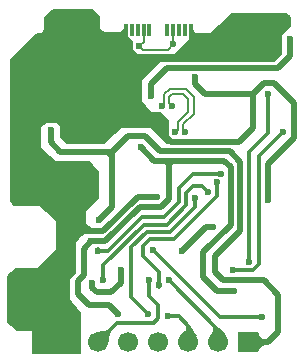
<source format=gbr>
%TF.GenerationSoftware,KiCad,Pcbnew,9.0.4*%
%TF.CreationDate,2025-09-03T14:58:50+05:30*%
%TF.ProjectId,usb-c serieal kicad,7573622d-6320-4736-9572-6965616c206b,rev?*%
%TF.SameCoordinates,Original*%
%TF.FileFunction,Copper,L2,Bot*%
%TF.FilePolarity,Positive*%
%FSLAX46Y46*%
G04 Gerber Fmt 4.6, Leading zero omitted, Abs format (unit mm)*
G04 Created by KiCad (PCBNEW 9.0.4) date 2025-09-03 14:58:50*
%MOMM*%
%LPD*%
G01*
G04 APERTURE LIST*
%TA.AperFunction,Conductor*%
%ADD10C,0.200000*%
%TD*%
%TA.AperFunction,SMDPad,CuDef*%
%ADD11R,0.700000X1.150000*%
%TD*%
%TA.AperFunction,SMDPad,CuDef*%
%ADD12R,0.380000X1.000000*%
%TD*%
%TA.AperFunction,ComponentPad*%
%ADD13R,1.700000X1.700000*%
%TD*%
%TA.AperFunction,ComponentPad*%
%ADD14C,1.700000*%
%TD*%
%TA.AperFunction,ViaPad*%
%ADD15C,0.600000*%
%TD*%
%TA.AperFunction,Conductor*%
%ADD16C,0.500000*%
%TD*%
%TA.AperFunction,Conductor*%
%ADD17C,0.300000*%
%TD*%
G04 APERTURE END LIST*
D10*
%TO.N,GND*%
X128400000Y-120000000D02*
X128400000Y-121000000D01*
X128781164Y-121381164D01*
X130218836Y-121381164D01*
X130600000Y-121000000D01*
X130600000Y-120725526D01*
X130700000Y-120725526D01*
X130700000Y-120900000D01*
X130700000Y-121700000D01*
X131150681Y-122150681D01*
X131150681Y-122750681D01*
X131621190Y-123221190D01*
X134778810Y-123221190D01*
X136063568Y-121936432D01*
X136063568Y-120729310D01*
X136168401Y-120729310D01*
X136168401Y-121068401D01*
X136400000Y-121300000D01*
X136532342Y-121432342D01*
X137867658Y-121432342D01*
X139600000Y-119700000D01*
X139742251Y-119700000D01*
X144200000Y-119700000D01*
X144500000Y-120000000D01*
X144500000Y-120800000D01*
X143800000Y-121500000D01*
X143800000Y-123100000D01*
X143215613Y-123684387D01*
X133515613Y-123684387D01*
X131900000Y-125300000D01*
X131900000Y-127200000D01*
X132800000Y-128100000D01*
X133500000Y-128100000D01*
X134200000Y-128800000D01*
X134200000Y-130100000D01*
X134500000Y-130400000D01*
X134500000Y-130600000D01*
X134600000Y-130700000D01*
X134130110Y-130700000D01*
X132730110Y-129300000D01*
X130200000Y-129300000D01*
X128800000Y-130700000D01*
X125700000Y-130700000D01*
X125179180Y-130179180D01*
X125179180Y-129236058D01*
X124804831Y-128861709D01*
X123838291Y-128861709D01*
X123400000Y-129300000D01*
X123400000Y-131100000D01*
X124600000Y-132300000D01*
X127500000Y-132300000D01*
X128300000Y-133100000D01*
X128300000Y-135300000D01*
X127200000Y-136400000D01*
X127200000Y-137500000D01*
X128000000Y-138240768D01*
X127066171Y-138240768D01*
X126300000Y-139004000D01*
X126300000Y-141648543D01*
X125800000Y-142209474D01*
X125800000Y-143991187D01*
X126754358Y-145060930D01*
X126751873Y-148458551D01*
X122798305Y-148458551D01*
X122793844Y-146500000D01*
X121400000Y-146500000D01*
X120700000Y-145800000D01*
X120700000Y-141900000D01*
X121300000Y-141300000D01*
X123200000Y-141300000D01*
X124800000Y-139700000D01*
X124800000Y-137300000D01*
X123400000Y-135900000D01*
X121200000Y-135900000D01*
X120900000Y-135600000D01*
X120900000Y-123600000D01*
X123100000Y-121400000D01*
X123500000Y-121400000D01*
X123800000Y-121100000D01*
X123800000Y-120100000D01*
X124500000Y-119400000D01*
X127800000Y-119400000D01*
X128400000Y-120000000D01*
%TA.AperFunction,Conductor*%
G36*
X128400000Y-120000000D02*
G01*
X128400000Y-121000000D01*
X128781164Y-121381164D01*
X130218836Y-121381164D01*
X130600000Y-121000000D01*
X130600000Y-120725526D01*
X130700000Y-120725526D01*
X130700000Y-120900000D01*
X130700000Y-121700000D01*
X131150681Y-122150681D01*
X131150681Y-122750681D01*
X131621190Y-123221190D01*
X134778810Y-123221190D01*
X136063568Y-121936432D01*
X136063568Y-120729310D01*
X136168401Y-120729310D01*
X136168401Y-121068401D01*
X136400000Y-121300000D01*
X136532342Y-121432342D01*
X137867658Y-121432342D01*
X139600000Y-119700000D01*
X139742251Y-119700000D01*
X144200000Y-119700000D01*
X144500000Y-120000000D01*
X144500000Y-120800000D01*
X143800000Y-121500000D01*
X143800000Y-123100000D01*
X143215613Y-123684387D01*
X133515613Y-123684387D01*
X131900000Y-125300000D01*
X131900000Y-127200000D01*
X132800000Y-128100000D01*
X133500000Y-128100000D01*
X134200000Y-128800000D01*
X134200000Y-130100000D01*
X134500000Y-130400000D01*
X134500000Y-130600000D01*
X134600000Y-130700000D01*
X134130110Y-130700000D01*
X132730110Y-129300000D01*
X130200000Y-129300000D01*
X128800000Y-130700000D01*
X125700000Y-130700000D01*
X125179180Y-130179180D01*
X125179180Y-129236058D01*
X124804831Y-128861709D01*
X123838291Y-128861709D01*
X123400000Y-129300000D01*
X123400000Y-131100000D01*
X124600000Y-132300000D01*
X127500000Y-132300000D01*
X128300000Y-133100000D01*
X128300000Y-135300000D01*
X127200000Y-136400000D01*
X127200000Y-137500000D01*
X128000000Y-138240768D01*
X127066171Y-138240768D01*
X126300000Y-139004000D01*
X126300000Y-141648543D01*
X125800000Y-142209474D01*
X125800000Y-143991187D01*
X126754358Y-145060930D01*
X126751873Y-148458551D01*
X122798305Y-148458551D01*
X122793844Y-146500000D01*
X121400000Y-146500000D01*
X120700000Y-145800000D01*
X120700000Y-141900000D01*
X121300000Y-141300000D01*
X123200000Y-141300000D01*
X124800000Y-139700000D01*
X124800000Y-137300000D01*
X123400000Y-135900000D01*
X121200000Y-135900000D01*
X120900000Y-135600000D01*
X120900000Y-123600000D01*
X123100000Y-121400000D01*
X123500000Y-121400000D01*
X123800000Y-121100000D01*
X123800000Y-120100000D01*
X124500000Y-119400000D01*
X127800000Y-119400000D01*
X128400000Y-120000000D01*
G37*
%TD.AperFunction*%
%TD*%
D11*
%TO.P,P1,S1,SHIELD*%
%TO.N,GND*%
X136807868Y-121967868D03*
D12*
%TO.P,P1,B12,GND*%
X130637868Y-121127868D03*
%TO.P,P1,B11,RX1+*%
%TO.N,unconnected-(P1-RX1+-PadB11)*%
X131137868Y-121127868D03*
%TO.P,P1,B10,RX1-*%
%TO.N,unconnected-(P1-RX1--PadB10)*%
X131637868Y-121127868D03*
%TO.P,P1,B9,VBUS*%
%TO.N,Net-(U1-VBUS)*%
X132137868Y-121127868D03*
%TO.P,P1,B8,SBU2*%
%TO.N,unconnected-(P1-SBU2-PadB8)*%
X132637868Y-121127868D03*
%TO.P,P1,B5,VCONN*%
%TO.N,unconnected-(P1-VCONN-PadB5)*%
X134137868Y-121127868D03*
%TO.P,P1,B4,VBUS*%
%TO.N,Net-(U1-VBUS)*%
X134637868Y-121127868D03*
%TO.P,P1,B3,TX2-*%
%TO.N,unconnected-(P1-TX2--PadB3)*%
X135137868Y-121127868D03*
%TO.P,P1,B2,TX2+*%
%TO.N,unconnected-(P1-TX2+-PadB2)*%
X135637868Y-121127868D03*
%TO.P,P1,B1,GND*%
%TO.N,GND*%
X136137868Y-121127868D03*
%TD*%
D13*
%TO.P,J1,1*%
%TO.N,+5V_USB*%
X141012868Y-147500000D03*
D14*
%TO.P,J1,2*%
%TO.N,/CTS*%
X138472868Y-147500000D03*
%TO.P,J1,3*%
%TO.N,/RTS*%
X135932868Y-147500000D03*
%TO.P,J1,4*%
%TO.N,/VREF*%
X133392868Y-147500000D03*
%TO.P,J1,5*%
%TO.N,/TX*%
X130852868Y-147500000D03*
%TO.P,J1,6*%
%TO.N,/RX*%
X128312868Y-147500000D03*
%TO.P,J1,7*%
%TO.N,GND*%
X125772868Y-147500000D03*
%TD*%
D15*
%TO.N,+5V_USB*%
X138200000Y-140700000D03*
X140300000Y-134700000D03*
X128400000Y-137200000D03*
X124300000Y-129600000D03*
%TO.N,GND*%
X123400000Y-146200000D03*
X133300000Y-135200000D03*
X128300000Y-129200000D03*
X127200000Y-132900000D03*
X130900000Y-122300000D03*
X123700000Y-144600000D03*
X122950000Y-122750000D03*
X135900000Y-122500000D03*
X130200000Y-141400000D03*
X124500000Y-132900000D03*
X135400000Y-139800000D03*
X138000000Y-137800000D03*
X124150000Y-121550000D03*
X142700000Y-135500000D03*
X127800000Y-142500000D03*
X124400000Y-127400000D03*
X122900000Y-135000000D03*
X141400000Y-126500000D03*
X122000000Y-123700000D03*
X126100000Y-141300000D03*
X136500000Y-125100000D03*
X132700000Y-123600000D03*
X133800000Y-128700000D03*
%TO.N,+3.3V*%
X144500000Y-121900000D03*
X139800000Y-143200000D03*
X133100000Y-136100000D03*
X131900000Y-131000000D03*
X132753903Y-126695167D03*
X130000000Y-145100000D03*
X127700000Y-139000000D03*
%TO.N,Net-(T1-C)*%
X142200000Y-145400000D03*
X132942007Y-139700000D03*
%TO.N,/CTS*%
X134300000Y-142300000D03*
%TO.N,/RX*%
X132600000Y-142300000D03*
%TO.N,/RTS*%
X134200000Y-145300000D03*
%TO.N,Net-(U1-VBUS)*%
X131771019Y-122471019D03*
X134637868Y-122300000D03*
%TO.N,/D-*%
X134825000Y-129752617D03*
X134525000Y-127500000D03*
%TO.N,/D+*%
X133675000Y-127500000D03*
X135675000Y-129752617D03*
%TO.N,Net-(U2-+IN)*%
X142700000Y-126500000D03*
X141100000Y-140700000D03*
%TO.N,Net-(U2--IN)*%
X143933178Y-129700000D03*
X139700000Y-141400000D03*
%TO.N,/TX_3V3*%
X128250000Y-139800000D03*
X138710037Y-133262520D03*
%TO.N,/RTS_3V3*%
X128735130Y-142302045D03*
X137600000Y-134800000D03*
%TO.N,/CTS_3V3*%
X132500000Y-145100000D03*
X136500000Y-135300000D03*
%TO.N,/RX_3V3*%
X133450227Y-142700000D03*
X138400000Y-134000000D03*
%TD*%
D16*
%TO.N,+5V_USB*%
X138900000Y-142300000D02*
X138200000Y-141600000D01*
D17*
X129500000Y-131900000D02*
X129000000Y-131400000D01*
D16*
X140300000Y-138100000D02*
X140300000Y-132232713D01*
X139447770Y-131380483D02*
X133570817Y-131380483D01*
X133570817Y-131380483D02*
X132290334Y-130100000D01*
X132290334Y-130100000D02*
X130800000Y-130100000D01*
X143500000Y-143500000D02*
X142300000Y-142300000D01*
X143500000Y-146700000D02*
X143500000Y-143500000D01*
X129000000Y-131400000D02*
X129500000Y-131400000D01*
X140300000Y-132232713D02*
X139447770Y-131380483D01*
X141012868Y-147500000D02*
X142700000Y-147500000D01*
X124300000Y-130600000D02*
X125100000Y-131400000D01*
X138200000Y-141600000D02*
X138200000Y-140200000D01*
X125100000Y-131400000D02*
X129000000Y-131400000D01*
X130800000Y-130100000D02*
X129500000Y-131400000D01*
X138200000Y-140200000D02*
X140300000Y-138100000D01*
X129500000Y-136100000D02*
X128400000Y-137200000D01*
X142700000Y-147500000D02*
X143500000Y-146700000D01*
X129500000Y-131400000D02*
X129500000Y-131900000D01*
X129500000Y-131900000D02*
X129500000Y-136100000D01*
X124300000Y-129600000D02*
X124300000Y-130600000D01*
X142300000Y-142300000D02*
X138900000Y-142300000D01*
D10*
%TO.N,GND*%
X130900000Y-122300000D02*
X130600000Y-122000000D01*
D16*
X135400000Y-139800000D02*
X137400000Y-137800000D01*
X131633986Y-135200000D02*
X133300000Y-135200000D01*
X141400000Y-129400000D02*
X141400000Y-126500000D01*
D10*
X130600000Y-122000000D02*
X130600000Y-121495348D01*
X136704604Y-122071132D02*
X136807868Y-121967868D01*
D16*
X129200000Y-128300000D02*
X128300000Y-129200000D01*
X144900000Y-127300000D02*
X143200000Y-125600000D01*
X134500000Y-130600000D02*
X140200000Y-130600000D01*
D10*
X135700000Y-122500000D02*
X136128868Y-122071132D01*
D16*
X133800000Y-128700000D02*
X133400000Y-128300000D01*
X127000000Y-138100000D02*
X128733986Y-138100000D01*
X141400000Y-126500000D02*
X137300000Y-126500000D01*
X133800000Y-128700000D02*
X133800000Y-129900000D01*
X129400000Y-143300000D02*
X130200000Y-142500000D01*
X127800000Y-142921190D02*
X128178810Y-143300000D01*
X126100000Y-139000000D02*
X127000000Y-138100000D01*
X142700000Y-135500000D02*
X142700000Y-132400000D01*
D10*
X136128868Y-122071132D02*
X136704604Y-122071132D01*
D16*
X127800000Y-142500000D02*
X127800000Y-142921190D01*
X142700000Y-132400000D02*
X144900000Y-130200000D01*
X128178810Y-143300000D02*
X129400000Y-143300000D01*
X137300000Y-126500000D02*
X136500000Y-125700000D01*
X137400000Y-137800000D02*
X138000000Y-137800000D01*
X143200000Y-125600000D02*
X142300000Y-125600000D01*
X140200000Y-130600000D02*
X141400000Y-129400000D01*
X142300000Y-125600000D02*
X141400000Y-126500000D01*
X133800000Y-129900000D02*
X134500000Y-130600000D01*
X133400000Y-128300000D02*
X129200000Y-128300000D01*
X144900000Y-130200000D02*
X144900000Y-127300000D01*
X130200000Y-142500000D02*
X130200000Y-141400000D01*
X136500000Y-125700000D02*
X136500000Y-125100000D01*
D10*
X136128868Y-122071132D02*
X136128868Y-121600000D01*
D16*
X128733986Y-138100000D02*
X131633986Y-135200000D01*
%TO.N,+3.3V*%
X139518587Y-132706784D02*
X138967378Y-132155575D01*
X127533828Y-144350185D02*
X129250185Y-144350185D01*
X131811058Y-136100000D02*
X133100000Y-136100000D01*
X139518587Y-137581413D02*
X139518587Y-132706784D01*
X127055390Y-141851487D02*
X126600000Y-142306877D01*
X129250185Y-144350185D02*
X130000000Y-145100000D01*
X128911058Y-139000000D02*
X131811058Y-136100000D01*
X134300000Y-132600000D02*
X134300000Y-132155575D01*
D17*
X134300000Y-132600000D02*
X134300000Y-132555575D01*
D16*
X134700000Y-132155575D02*
X133900000Y-132155575D01*
X139800000Y-143200000D02*
X138400000Y-143200000D01*
X138967378Y-132155575D02*
X134700000Y-132155575D01*
X127700000Y-139000000D02*
X127055390Y-139644610D01*
X144500000Y-121900000D02*
X144500000Y-123300000D01*
X138400000Y-143200000D02*
X137200000Y-142000000D01*
X127700000Y-139000000D02*
X128911058Y-139000000D01*
X127055390Y-139644610D02*
X127055390Y-141851487D01*
X137200000Y-142000000D02*
X137200000Y-139900000D01*
X126600000Y-142306877D02*
X126600000Y-143416357D01*
X134300000Y-135401300D02*
X134300000Y-132600000D01*
X143522305Y-124277695D02*
X134122305Y-124277695D01*
X144500000Y-123300000D02*
X143522305Y-124277695D01*
X134122305Y-124277695D02*
X132753903Y-125646097D01*
X137200000Y-139900000D02*
X139518587Y-137581413D01*
X126600000Y-143416357D02*
X127533828Y-144350185D01*
X132753903Y-125646097D02*
X132753903Y-126695167D01*
D17*
X134300000Y-132555575D02*
X133900000Y-132155575D01*
D16*
X133055575Y-132155575D02*
X131900000Y-131000000D01*
X133100000Y-136100000D02*
X133601300Y-136100000D01*
D17*
X134300000Y-132555575D02*
X134700000Y-132155575D01*
D16*
X133601300Y-136100000D02*
X134300000Y-135401300D01*
X133900000Y-132155575D02*
X133055575Y-132155575D01*
D17*
%TO.N,Net-(T1-C)*%
X132942007Y-139700000D02*
X132950000Y-139700000D01*
X138650000Y-145400000D02*
X142200000Y-145400000D01*
X132950000Y-139700000D02*
X138650000Y-145400000D01*
%TO.N,/CTS*%
X138474256Y-147498612D02*
X138472868Y-147500000D01*
X138474256Y-146474256D02*
X138474256Y-147498612D01*
X134300000Y-142300000D02*
X138474256Y-146474256D01*
%TO.N,/RX*%
X133400000Y-145500000D02*
X133000000Y-145900000D01*
X129912868Y-145900000D02*
X128312868Y-147500000D01*
X132600000Y-143600000D02*
X133400000Y-144400000D01*
X132600000Y-142300000D02*
X132600000Y-143600000D01*
X133000000Y-145900000D02*
X129912868Y-145900000D01*
X133400000Y-144400000D02*
X133400000Y-145500000D01*
%TO.N,/RTS*%
X135932868Y-147500000D02*
X135932868Y-146132868D01*
X135932868Y-146132868D02*
X135100000Y-145300000D01*
X135100000Y-145300000D02*
X134200000Y-145300000D01*
D10*
%TO.N,Net-(U1-VBUS)*%
X134170954Y-122766914D02*
X134637868Y-122300000D01*
X131771019Y-122471019D02*
X132066914Y-122766914D01*
X132137868Y-122104170D02*
X132137868Y-121127868D01*
X134637868Y-122300000D02*
X134637868Y-121127868D01*
X132066914Y-122766914D02*
X134170954Y-122766914D01*
X131771019Y-122471019D02*
X132137868Y-122104170D01*
%TO.N,/D-*%
X134564369Y-126503829D02*
X135510385Y-126503829D01*
X135926732Y-126920176D02*
X135926732Y-128005070D01*
X135024999Y-129552618D02*
X134825000Y-129752617D01*
X135024999Y-128906803D02*
X135024999Y-129552618D01*
X134525000Y-127500000D02*
X134325001Y-127300001D01*
X134325001Y-127300001D02*
X134325001Y-126743197D01*
X134325001Y-126743197D02*
X134564369Y-126503829D01*
X135510385Y-126503829D02*
X135926732Y-126920176D01*
X135926732Y-128005070D02*
X135024999Y-128906803D01*
%TO.N,/D+*%
X135475001Y-129552618D02*
X135675000Y-129752617D01*
X133874999Y-126556803D02*
X134377973Y-126053829D01*
X135475001Y-129093197D02*
X135475001Y-129552618D01*
X136376732Y-128191466D02*
X135475001Y-129093197D01*
X134377973Y-126053829D02*
X135696779Y-126053829D01*
X136376732Y-126733782D02*
X136376732Y-128191466D01*
X133874999Y-127300001D02*
X133874999Y-126556803D01*
X135696779Y-126053829D02*
X136376732Y-126733782D01*
X133675000Y-127500000D02*
X133874999Y-127300001D01*
D17*
%TO.N,Net-(U2-+IN)*%
X141100000Y-131400000D02*
X142700000Y-129800000D01*
X142700000Y-129800000D02*
X142700000Y-126500000D01*
X141100000Y-140700000D02*
X141100000Y-131400000D01*
%TO.N,Net-(U2--IN)*%
X141900000Y-131733178D02*
X143933178Y-129700000D01*
X141400000Y-141400000D02*
X141900000Y-140900000D01*
X139700000Y-141400000D02*
X141400000Y-141400000D01*
X141900000Y-140900000D02*
X141900000Y-131733178D01*
%TO.N,/TX_3V3*%
X135111152Y-134488848D02*
X135111152Y-135681412D01*
X128250000Y-139800000D02*
X128250000Y-139653594D01*
X136337480Y-133262520D02*
X135111152Y-134488848D01*
X138710037Y-133262520D02*
X136337480Y-133262520D01*
X133888104Y-136904460D02*
X132039591Y-136904460D01*
X132039591Y-136904460D02*
X129144051Y-139800000D01*
X135111152Y-135681412D02*
X133888104Y-136904460D01*
X128250000Y-139653594D02*
X128248203Y-139651797D01*
X129144051Y-139800000D02*
X128250000Y-139800000D01*
%TO.N,/RTS_3V3*%
X136345167Y-134298141D02*
X137098141Y-134298141D01*
X135757434Y-134885874D02*
X136345167Y-134298141D01*
X135757434Y-135946282D02*
X135757434Y-134885874D01*
X128735130Y-142302045D02*
X128735130Y-141035315D01*
X137098141Y-134298141D02*
X137600000Y-134800000D01*
X128735130Y-141035315D02*
X132187918Y-137582527D01*
X132187918Y-137582527D02*
X134121189Y-137582527D01*
X134121189Y-137582527D02*
X135757434Y-135946282D01*
%TO.N,/CTS_3V3*%
X131100000Y-143700000D02*
X131100000Y-139500000D01*
X132500000Y-145100000D02*
X131100000Y-143700000D01*
X131100000Y-139500000D02*
X132413569Y-138186431D01*
X134417843Y-138186431D02*
X136500000Y-136104274D01*
X136500000Y-136104274D02*
X136500000Y-135300000D01*
X132413569Y-138186431D02*
X134417843Y-138186431D01*
%TO.N,/RX_3V3*%
X132115613Y-139384387D02*
X132115613Y-140215613D01*
X138400000Y-133900000D02*
X138400000Y-135126021D01*
X133450227Y-142700000D02*
X133450227Y-142893680D01*
X132115613Y-140215613D02*
X133450227Y-141550227D01*
X132677882Y-138822118D02*
X132115613Y-139384387D01*
X138400000Y-135126021D02*
X134703903Y-138822118D01*
X133450227Y-141550227D02*
X133450227Y-142700000D01*
X134703903Y-138822118D02*
X132677882Y-138822118D01*
%TD*%
%TA.AperFunction,Conductor*%
%TO.N,/CTS*%
G36*
X138123369Y-145910870D02*
G01*
X138123564Y-145911056D01*
X138360033Y-146137010D01*
X138548067Y-146302843D01*
X138621170Y-146367852D01*
X138715858Y-146452055D01*
X138716617Y-146452794D01*
X138837973Y-146582227D01*
X138911067Y-146660185D01*
X138911779Y-146661020D01*
X139034165Y-146818891D01*
X139034520Y-146819374D01*
X139172810Y-147017989D01*
X139174725Y-147026736D01*
X139169893Y-147034276D01*
X139169719Y-147034395D01*
X138477611Y-147498003D01*
X138468831Y-147499760D01*
X138468810Y-147499756D01*
X137651619Y-147336651D01*
X137644177Y-147331671D01*
X137642435Y-147322887D01*
X137642647Y-147322005D01*
X137685934Y-147169197D01*
X137686509Y-147167617D01*
X137750732Y-147024293D01*
X137751300Y-147023190D01*
X137825434Y-146896518D01*
X137825751Y-146896010D01*
X137901870Y-146782074D01*
X137901870Y-146782073D01*
X137901892Y-146782087D01*
X137901918Y-146782003D01*
X137939372Y-146726866D01*
X138025102Y-146582229D01*
X138061439Y-146471687D01*
X138060003Y-146367852D01*
X138043514Y-146312221D01*
X138038893Y-146302875D01*
X138014798Y-146254137D01*
X138014795Y-146254132D01*
X138014795Y-146254131D01*
X137967757Y-146186825D01*
X137910423Y-146123353D01*
X137907420Y-146114916D01*
X137910831Y-146107238D01*
X138107014Y-145911055D01*
X138115286Y-145907629D01*
X138123369Y-145910870D01*
G37*
%TD.AperFunction*%
%TD*%
%TA.AperFunction,Conductor*%
%TO.N,/RX*%
G36*
X129405370Y-146211438D02*
G01*
X129601421Y-146407489D01*
X129604848Y-146415762D01*
X129601650Y-146423800D01*
X129494668Y-146536956D01*
X129494654Y-146536972D01*
X129406499Y-146644986D01*
X129406497Y-146644989D01*
X129340902Y-146743670D01*
X129293839Y-146837027D01*
X129293839Y-146837028D01*
X129261273Y-146929077D01*
X129239154Y-147023858D01*
X129239152Y-147023872D01*
X129210087Y-147237701D01*
X129200079Y-147324075D01*
X129200016Y-147324539D01*
X129148420Y-147653797D01*
X129143754Y-147661440D01*
X129135050Y-147663545D01*
X129134590Y-147663463D01*
X128319846Y-147502227D01*
X128312395Y-147497260D01*
X128310640Y-147493021D01*
X128149377Y-146678137D01*
X128151132Y-146669356D01*
X128158583Y-146664389D01*
X128158893Y-146664331D01*
X128382997Y-146626480D01*
X128383451Y-146626414D01*
X128575160Y-146602780D01*
X128827589Y-146565842D01*
X128907649Y-146539707D01*
X128990094Y-146512796D01*
X128990096Y-146512794D01*
X128990101Y-146512793D01*
X129073437Y-146469475D01*
X129161131Y-146411344D01*
X129272163Y-146321504D01*
X129389068Y-146211200D01*
X129397437Y-146208016D01*
X129405370Y-146211438D01*
G37*
%TD.AperFunction*%
%TD*%
%TA.AperFunction,Conductor*%
%TO.N,+5V_USB*%
G36*
X141860279Y-146669134D02*
G01*
X141863700Y-146677046D01*
X141864038Y-146688025D01*
X141874502Y-146768288D01*
X141874505Y-146768300D01*
X141894889Y-146843493D01*
X141894892Y-146843500D01*
X141927431Y-146920248D01*
X141927432Y-146920249D01*
X141927434Y-146920254D01*
X141969116Y-146990617D01*
X141969120Y-146990623D01*
X141969122Y-146990626D01*
X142024785Y-147061646D01*
X142087952Y-147124309D01*
X142163320Y-147183147D01*
X142242443Y-147231442D01*
X142323486Y-147269296D01*
X142402713Y-147295819D01*
X142528451Y-147313578D01*
X142535088Y-147316890D01*
X142866987Y-147648789D01*
X142870414Y-147657062D01*
X142866987Y-147665335D01*
X142859186Y-147668752D01*
X142848033Y-147669201D01*
X142743198Y-147682208D01*
X142743189Y-147682210D01*
X142624436Y-147708066D01*
X142624430Y-147708067D01*
X142624424Y-147708069D01*
X142545629Y-147734775D01*
X142388043Y-147788185D01*
X142388035Y-147788189D01*
X142188106Y-147890290D01*
X142039130Y-148001072D01*
X141939161Y-148114141D01*
X141881855Y-148228247D01*
X141866500Y-148323314D01*
X141861798Y-148330935D01*
X141853084Y-148332998D01*
X141846704Y-148329748D01*
X141840227Y-148323314D01*
X141020488Y-147508979D01*
X141017034Y-147500718D01*
X141020433Y-147492434D01*
X141843734Y-146669133D01*
X141852006Y-146665707D01*
X141860279Y-146669134D01*
G37*
%TD.AperFunction*%
%TD*%
%TA.AperFunction,Conductor*%
%TO.N,/RTS*%
G36*
X135823110Y-145811523D02*
G01*
X135823352Y-145811772D01*
X136016903Y-146018294D01*
X136017564Y-146019066D01*
X136121188Y-146151338D01*
X136153552Y-146192650D01*
X136154253Y-146193648D01*
X136173087Y-146223684D01*
X136250820Y-146347649D01*
X136251238Y-146348372D01*
X136334447Y-146504852D01*
X136334450Y-146504865D01*
X136334453Y-146504864D01*
X136432561Y-146689867D01*
X136633746Y-147018184D01*
X136635147Y-147027029D01*
X136630281Y-147034018D01*
X135937611Y-147498003D01*
X135928831Y-147499760D01*
X135928810Y-147499756D01*
X135111388Y-147336605D01*
X135103946Y-147331625D01*
X135102204Y-147322841D01*
X135102357Y-147322175D01*
X135126927Y-147228804D01*
X135127350Y-147227514D01*
X135165268Y-147131480D01*
X135165787Y-147130350D01*
X135212234Y-147042064D01*
X135212779Y-147041136D01*
X135265844Y-146959845D01*
X135266565Y-146958860D01*
X135385763Y-146813015D01*
X135386354Y-146812349D01*
X135509921Y-146684087D01*
X135617746Y-146572185D01*
X135708627Y-146454411D01*
X135750112Y-146356584D01*
X135753263Y-146260368D01*
X135738821Y-146207240D01*
X135711991Y-146151338D01*
X135711990Y-146151337D01*
X135711989Y-146151334D01*
X135711986Y-146151330D01*
X135693304Y-146124325D01*
X135666478Y-146085547D01*
X135666472Y-146085541D01*
X135666469Y-146085536D01*
X135610416Y-146023361D01*
X135607422Y-146014922D01*
X135610832Y-146007255D01*
X135806565Y-145811522D01*
X135814837Y-145808096D01*
X135823110Y-145811523D01*
G37*
%TD.AperFunction*%
%TD*%
M02*

</source>
